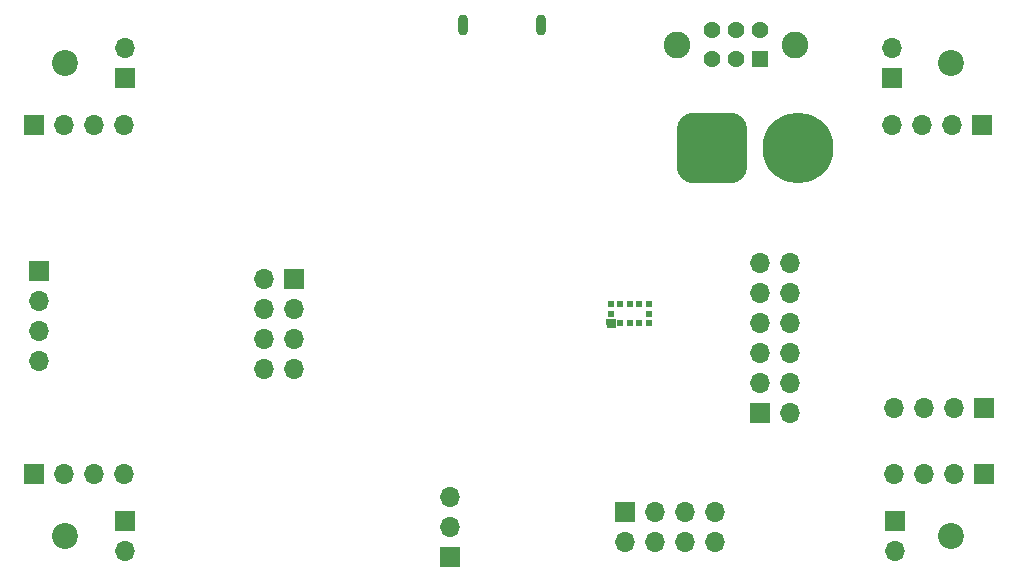
<source format=gbr>
%TF.GenerationSoftware,KiCad,Pcbnew,7.0.1*%
%TF.CreationDate,2023-05-24T15:14:26-04:00*%
%TF.ProjectId,Drone_PCB,44726f6e-655f-4504-9342-2e6b69636164,rev?*%
%TF.SameCoordinates,Original*%
%TF.FileFunction,Soldermask,Bot*%
%TF.FilePolarity,Negative*%
%FSLAX46Y46*%
G04 Gerber Fmt 4.6, Leading zero omitted, Abs format (unit mm)*
G04 Created by KiCad (PCBNEW 7.0.1) date 2023-05-24 15:14:26*
%MOMM*%
%LPD*%
G01*
G04 APERTURE LIST*
G04 Aperture macros list*
%AMRoundRect*
0 Rectangle with rounded corners*
0 $1 Rounding radius*
0 $2 $3 $4 $5 $6 $7 $8 $9 X,Y pos of 4 corners*
0 Add a 4 corners polygon primitive as box body*
4,1,4,$2,$3,$4,$5,$6,$7,$8,$9,$2,$3,0*
0 Add four circle primitives for the rounded corners*
1,1,$1+$1,$2,$3*
1,1,$1+$1,$4,$5*
1,1,$1+$1,$6,$7*
1,1,$1+$1,$8,$9*
0 Add four rect primitives between the rounded corners*
20,1,$1+$1,$2,$3,$4,$5,0*
20,1,$1+$1,$4,$5,$6,$7,0*
20,1,$1+$1,$6,$7,$8,$9,0*
20,1,$1+$1,$8,$9,$2,$3,0*%
G04 Aperture macros list end*
%ADD10C,0.010000*%
%ADD11R,1.700000X1.700000*%
%ADD12O,1.700000X1.700000*%
%ADD13RoundRect,1.500000X-1.500000X-1.500000X1.500000X-1.500000X1.500000X1.500000X-1.500000X1.500000X0*%
%ADD14C,6.000000*%
%ADD15C,2.200000*%
%ADD16R,1.438000X1.438000*%
%ADD17C,1.438000*%
%ADD18C,2.265000*%
%ADD19O,0.900000X1.800000*%
%ADD20R,0.500000X0.500000*%
G04 APERTURE END LIST*
%TO.C,U6*%
D10*
X151550000Y-127350000D02*
X150850000Y-127350000D01*
X150850000Y-127100000D01*
X150770000Y-127100000D01*
X150770000Y-126650000D01*
X151550000Y-126650000D01*
X151550000Y-127350000D01*
G36*
X151550000Y-127350000D02*
G01*
X150850000Y-127350000D01*
X150850000Y-127100000D01*
X150770000Y-127100000D01*
X150770000Y-126650000D01*
X151550000Y-126650000D01*
X151550000Y-127350000D01*
G37*
%TD*%
D11*
%TO.C,J4*%
X124400000Y-123260000D03*
D12*
X121860000Y-123260000D03*
X124400000Y-125800000D03*
X121860000Y-125800000D03*
X124400000Y-128340000D03*
X121860000Y-128340000D03*
X124400000Y-130880000D03*
X121860000Y-130880000D03*
%TD*%
D11*
%TO.C,J10*%
X102800000Y-122600000D03*
D12*
X102800000Y-125140000D03*
X102800000Y-127680000D03*
X102800000Y-130220000D03*
%TD*%
D13*
%TO.C,J13*%
X159800000Y-112200000D03*
D14*
X167000000Y-112200000D03*
%TD*%
D15*
%TO.C,H4*%
X180000000Y-145000000D03*
%TD*%
D11*
%TO.C,J9*%
X182620000Y-110200000D03*
D12*
X180080000Y-110200000D03*
X177540000Y-110200000D03*
X175000000Y-110200000D03*
%TD*%
D16*
%TO.C,S1*%
X163800000Y-104650000D03*
D17*
X161800000Y-104650000D03*
X159800000Y-104650000D03*
X163800000Y-102150000D03*
X161800000Y-102150000D03*
X159800000Y-102150000D03*
D18*
X166800000Y-103400000D03*
X156800000Y-103400000D03*
%TD*%
D11*
%TO.C,J16*%
X175225000Y-143750000D03*
D12*
X175225000Y-146290000D03*
%TD*%
D11*
%TO.C,J17*%
X110025000Y-143750000D03*
D12*
X110025000Y-146290000D03*
%TD*%
D11*
%TO.C,J15*%
X175025000Y-106250000D03*
D12*
X175025000Y-103710000D03*
%TD*%
D11*
%TO.C,J8*%
X182820000Y-139800000D03*
D12*
X180280000Y-139800000D03*
X177740000Y-139800000D03*
X175200000Y-139800000D03*
%TD*%
D11*
%TO.C,J3*%
X137600000Y-146800000D03*
D12*
X137600000Y-144260000D03*
X137600000Y-141720000D03*
%TD*%
D11*
%TO.C,J7*%
X102380000Y-139800000D03*
D12*
X104920000Y-139800000D03*
X107460000Y-139800000D03*
X110000000Y-139800000D03*
%TD*%
D15*
%TO.C,H3*%
X180000000Y-105000000D03*
%TD*%
%TO.C,H2*%
X105000000Y-145000000D03*
%TD*%
D11*
%TO.C,J6*%
X102380000Y-110200000D03*
D12*
X104920000Y-110200000D03*
X107460000Y-110200000D03*
X110000000Y-110200000D03*
%TD*%
D11*
%TO.C,J12*%
X182800000Y-134200000D03*
D12*
X180260000Y-134200000D03*
X177720000Y-134200000D03*
X175180000Y-134200000D03*
%TD*%
D11*
%TO.C,J14*%
X110025000Y-106250000D03*
D12*
X110025000Y-103710000D03*
%TD*%
D15*
%TO.C,H1*%
X105000000Y-105000000D03*
%TD*%
D19*
%TO.C,J2*%
X145300000Y-101725000D03*
X138700000Y-101725000D03*
%TD*%
D11*
%TO.C,J11*%
X163800000Y-134620000D03*
D12*
X166340000Y-134620000D03*
X163800000Y-132080000D03*
X166340000Y-132080000D03*
X163800000Y-129540000D03*
X166340000Y-129540000D03*
X163800000Y-127000000D03*
X166340000Y-127000000D03*
X163800000Y-124460000D03*
X166340000Y-124460000D03*
X163800000Y-121920000D03*
X166340000Y-121920000D03*
%TD*%
D11*
%TO.C,J5*%
X152400000Y-143000000D03*
D12*
X152400000Y-145540000D03*
X154940000Y-143000000D03*
X154940000Y-145540000D03*
X157480000Y-143000000D03*
X157480000Y-145540000D03*
X160020000Y-143000000D03*
X160020000Y-145540000D03*
%TD*%
D20*
%TO.C,U6*%
X152000000Y-127000000D03*
X152800000Y-127000000D03*
X153600000Y-127000000D03*
X154400000Y-127000000D03*
X154400000Y-126200000D03*
X154400000Y-125400000D03*
X153600000Y-125400000D03*
X152800000Y-125400000D03*
X152000000Y-125400000D03*
X151200000Y-125400000D03*
X151200000Y-126200000D03*
%TD*%
M02*

</source>
